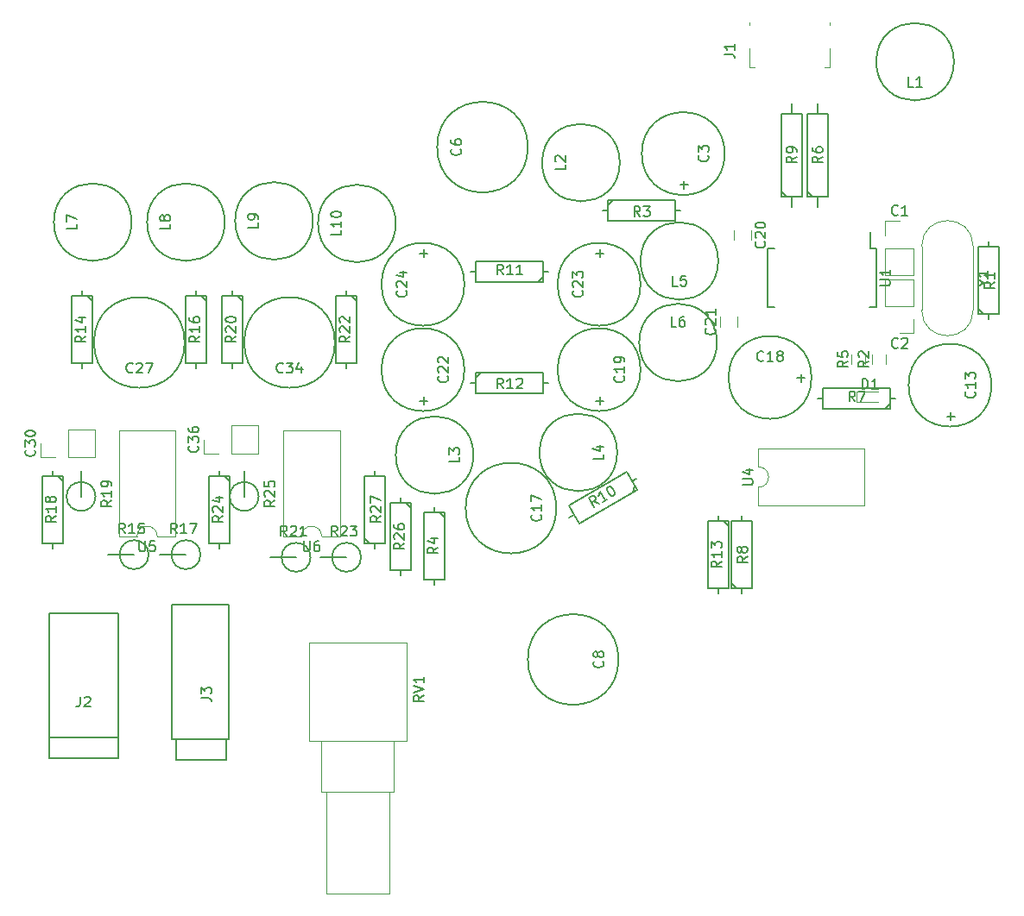
<source format=gto>
%TF.GenerationSoftware,KiCad,Pcbnew,4.0.6+dfsg1-1*%
%TF.CreationDate,2017-11-11T18:30:39+09:00*%
%TF.ProjectId,USB_DAC1,5553425F444143312E6B696361645F70,rev?*%
%TF.FileFunction,Legend,Top*%
%FSLAX46Y46*%
G04 Gerber Fmt 4.6, Leading zero omitted, Abs format (unit mm)*
G04 Created by KiCad (PCBNEW 4.0.6+dfsg1-1) date Sat Nov 11 18:30:39 2017*
%MOMM*%
%LPD*%
G01*
G04 APERTURE LIST*
%ADD10C,0.100000*%
%ADD11C,0.150000*%
%ADD12C,0.120000*%
G04 APERTURE END LIST*
D10*
D11*
X59055000Y7747000D02*
G75*
G03X59055000Y7747000I-4445000J0D01*
G01*
X3198000Y88000D02*
X3198000Y-1912000D01*
X3198000Y-1912000D02*
X9998000Y-1912000D01*
X9998000Y-1912000D02*
X9998000Y88000D01*
X9998000Y5988000D02*
X9998000Y12288000D01*
X9998000Y12288000D02*
X9498000Y12288000D01*
X3198000Y88000D02*
X3198000Y888000D01*
X9998000Y788000D02*
X9998000Y88000D01*
X9998000Y88000D02*
X3198000Y88000D01*
X9998000Y5988000D02*
X9998000Y888000D01*
X9998000Y888000D02*
X9998000Y788000D01*
X3198000Y12288000D02*
X9548000Y12288000D01*
X3198000Y858000D02*
X3198000Y12288000D01*
D12*
X71879000Y65844000D02*
X72389000Y65844000D01*
X71879000Y70034000D02*
X71879000Y70294000D01*
X71879000Y65844000D02*
X71879000Y67754000D01*
X79759000Y65844000D02*
X79249000Y65844000D01*
X79759000Y67754000D02*
X79759000Y65844000D01*
X79759000Y70294000D02*
X79759000Y70034000D01*
D11*
X84319000Y48087000D02*
X83744000Y48087000D01*
X84319000Y42337000D02*
X83669000Y42337000D01*
X73669000Y42337000D02*
X74319000Y42337000D01*
X73669000Y48087000D02*
X74319000Y48087000D01*
X84319000Y48087000D02*
X84319000Y42337000D01*
X73669000Y48087000D02*
X73669000Y42337000D01*
X83744000Y48087000D02*
X83744000Y49687000D01*
D12*
X85224000Y48133000D02*
X85224000Y45473000D01*
X85224000Y45473000D02*
X88004000Y45473000D01*
X88004000Y45473000D02*
X88004000Y48133000D01*
X88004000Y48133000D02*
X85224000Y48133000D01*
X85224000Y49403000D02*
X85224000Y50793000D01*
X85224000Y50793000D02*
X86614000Y50793000D01*
X88004000Y42418000D02*
X88004000Y45078000D01*
X88004000Y45078000D02*
X85224000Y45078000D01*
X85224000Y45078000D02*
X85224000Y42418000D01*
X85224000Y42418000D02*
X88004000Y42418000D01*
X88004000Y41148000D02*
X88004000Y39758000D01*
X88004000Y39758000D02*
X86614000Y39758000D01*
D11*
X69469000Y57404000D02*
G75*
G03X69469000Y57404000I-4064000J0D01*
G01*
X50165000Y58039000D02*
G75*
G03X50165000Y58039000I-4445000J0D01*
G01*
X95631000Y34671000D02*
G75*
G03X95631000Y34671000I-4064000J0D01*
G01*
X52959000Y22606000D02*
G75*
G03X52959000Y22606000I-4445000J0D01*
G01*
X77978000Y35433000D02*
G75*
G03X77978000Y35433000I-4064000J0D01*
G01*
X61214000Y36195000D02*
G75*
G03X61214000Y36195000I-4064000J0D01*
G01*
D12*
X72097000Y48903000D02*
X72097000Y49903000D01*
X70397000Y49903000D02*
X70397000Y48903000D01*
X69000000Y41394000D02*
X69000000Y40394000D01*
X70700000Y40394000D02*
X70700000Y41394000D01*
D11*
X43942000Y36195000D02*
G75*
G03X43942000Y36195000I-4064000J0D01*
G01*
X61214000Y44577000D02*
G75*
G03X61214000Y44577000I-4064000J0D01*
G01*
X43942000Y44577000D02*
G75*
G03X43942000Y44577000I-4064000J0D01*
G01*
X16510000Y38862000D02*
G75*
G03X16510000Y38862000I-4445000J0D01*
G01*
D12*
X5080000Y27566000D02*
X7740000Y27566000D01*
X7740000Y27566000D02*
X7740000Y30346000D01*
X7740000Y30346000D02*
X5080000Y30346000D01*
X5080000Y30346000D02*
X5080000Y27566000D01*
X3810000Y27566000D02*
X2420000Y27566000D01*
X2420000Y27566000D02*
X2420000Y28956000D01*
D11*
X31242000Y38862000D02*
G75*
G03X31242000Y38862000I-4445000J0D01*
G01*
D12*
X21082000Y27947000D02*
X23742000Y27947000D01*
X23742000Y27947000D02*
X23742000Y30727000D01*
X23742000Y30727000D02*
X21082000Y30727000D01*
X21082000Y30727000D02*
X21082000Y27947000D01*
X19812000Y27947000D02*
X18422000Y27947000D01*
X18422000Y27947000D02*
X18422000Y29337000D01*
X82393000Y34028000D02*
X82393000Y33028000D01*
X82393000Y33028000D02*
X84493000Y33028000D01*
X82393000Y34028000D02*
X84493000Y34028000D01*
D11*
X19675000Y-2077000D02*
X20575000Y-2077000D01*
X20575000Y-2077000D02*
X20575000Y-77000D01*
X15675000Y-77000D02*
X15675000Y-2077000D01*
X15675000Y-2077000D02*
X19675000Y-2077000D01*
X15475000Y-77000D02*
X15275000Y-77000D01*
X15275000Y-77000D02*
X15275000Y13123000D01*
X15275000Y13123000D02*
X20875000Y13123000D01*
X20875000Y13123000D02*
X20875000Y12623000D01*
X20875000Y12723000D02*
X20875000Y-77000D01*
X20875000Y-77000D02*
X15475000Y-77000D01*
X91948000Y66421000D02*
G75*
G03X91948000Y66421000I-3810000J0D01*
G01*
X59182000Y56515000D02*
G75*
G03X59182000Y56515000I-3810000J0D01*
G01*
X44831000Y27813000D02*
G75*
G03X44831000Y27813000I-3810000J0D01*
G01*
X58928000Y28067000D02*
G75*
G03X58928000Y28067000I-3810000J0D01*
G01*
X68834000Y46863000D02*
G75*
G03X68834000Y46863000I-3810000J0D01*
G01*
X68707000Y38862000D02*
G75*
G03X68707000Y38862000I-3810000J0D01*
G01*
X11303000Y50673000D02*
G75*
G03X11303000Y50673000I-3810000J0D01*
G01*
X20447000Y50673000D02*
G75*
G03X20447000Y50673000I-3810000J0D01*
G01*
X29083000Y50800000D02*
G75*
G03X29083000Y50800000I-3810000J0D01*
G01*
X37211000Y50546000D02*
G75*
G03X37211000Y50546000I-3810000J0D01*
G01*
X95377000Y41148000D02*
X95377000Y41656000D01*
X95377000Y48768000D02*
X95377000Y48260000D01*
X95377000Y48260000D02*
X94361000Y48260000D01*
X94361000Y48260000D02*
X94361000Y41656000D01*
X94361000Y41656000D02*
X96393000Y41656000D01*
X96393000Y41656000D02*
X96393000Y48260000D01*
X96393000Y48260000D02*
X95377000Y48260000D01*
X94869000Y41656000D02*
X94361000Y42164000D01*
X57531000Y51816000D02*
X58039000Y51816000D01*
X65151000Y51816000D02*
X64643000Y51816000D01*
X64643000Y51816000D02*
X64643000Y52832000D01*
X64643000Y52832000D02*
X58039000Y52832000D01*
X58039000Y52832000D02*
X58039000Y50800000D01*
X58039000Y50800000D02*
X64643000Y50800000D01*
X64643000Y50800000D02*
X64643000Y51816000D01*
X58039000Y52324000D02*
X58547000Y52832000D01*
X41021000Y22733000D02*
X41021000Y22225000D01*
X41021000Y15113000D02*
X41021000Y15621000D01*
X41021000Y15621000D02*
X42037000Y15621000D01*
X42037000Y15621000D02*
X42037000Y22225000D01*
X42037000Y22225000D02*
X40005000Y22225000D01*
X40005000Y22225000D02*
X40005000Y15621000D01*
X40005000Y15621000D02*
X41021000Y15621000D01*
X41529000Y22225000D02*
X42037000Y21717000D01*
X86233000Y33401000D02*
X85725000Y33401000D01*
X78613000Y33401000D02*
X79121000Y33401000D01*
X79121000Y33401000D02*
X79121000Y32385000D01*
X79121000Y32385000D02*
X85725000Y32385000D01*
X85725000Y32385000D02*
X85725000Y34417000D01*
X85725000Y34417000D02*
X79121000Y34417000D01*
X79121000Y34417000D02*
X79121000Y33401000D01*
X85725000Y32893000D02*
X85217000Y32385000D01*
X71120000Y14224000D02*
X71120000Y14732000D01*
X71120000Y21844000D02*
X71120000Y21336000D01*
X71120000Y21336000D02*
X70104000Y21336000D01*
X70104000Y21336000D02*
X70104000Y14732000D01*
X70104000Y14732000D02*
X72136000Y14732000D01*
X72136000Y14732000D02*
X72136000Y21336000D01*
X72136000Y21336000D02*
X71120000Y21336000D01*
X70612000Y14732000D02*
X70104000Y15240000D01*
X60830557Y25527000D02*
X60390616Y25273000D01*
X54231443Y21717000D02*
X54671384Y21971000D01*
X54671384Y21971000D02*
X55179384Y21091118D01*
X55179384Y21091118D02*
X60898616Y24393118D01*
X60898616Y24393118D02*
X59882616Y26152882D01*
X59882616Y26152882D02*
X54163384Y22850882D01*
X54163384Y22850882D02*
X54671384Y21971000D01*
X60644616Y24833059D02*
X60458675Y24139118D01*
X52197000Y45847000D02*
X51689000Y45847000D01*
X44577000Y45847000D02*
X45085000Y45847000D01*
X45085000Y45847000D02*
X45085000Y44831000D01*
X45085000Y44831000D02*
X51689000Y44831000D01*
X51689000Y44831000D02*
X51689000Y46863000D01*
X51689000Y46863000D02*
X45085000Y46863000D01*
X45085000Y46863000D02*
X45085000Y45847000D01*
X51689000Y45339000D02*
X51181000Y44831000D01*
X44577000Y34925000D02*
X45085000Y34925000D01*
X52197000Y34925000D02*
X51689000Y34925000D01*
X51689000Y34925000D02*
X51689000Y35941000D01*
X51689000Y35941000D02*
X45085000Y35941000D01*
X45085000Y35941000D02*
X45085000Y33909000D01*
X45085000Y33909000D02*
X51689000Y33909000D01*
X51689000Y33909000D02*
X51689000Y34925000D01*
X45085000Y35433000D02*
X45593000Y35941000D01*
X68834000Y21844000D02*
X68834000Y21336000D01*
X68834000Y14224000D02*
X68834000Y14732000D01*
X68834000Y14732000D02*
X69850000Y14732000D01*
X69850000Y14732000D02*
X69850000Y21336000D01*
X69850000Y21336000D02*
X67818000Y21336000D01*
X67818000Y21336000D02*
X67818000Y14732000D01*
X67818000Y14732000D02*
X68834000Y14732000D01*
X69342000Y21336000D02*
X69850000Y20828000D01*
X6477000Y43942000D02*
X6477000Y43434000D01*
X6477000Y36322000D02*
X6477000Y36830000D01*
X6477000Y36830000D02*
X7493000Y36830000D01*
X7493000Y36830000D02*
X7493000Y43434000D01*
X7493000Y43434000D02*
X5461000Y43434000D01*
X5461000Y43434000D02*
X5461000Y36830000D01*
X5461000Y36830000D02*
X6477000Y36830000D01*
X6985000Y43434000D02*
X7493000Y42926000D01*
X17653000Y43942000D02*
X17653000Y43434000D01*
X17653000Y36322000D02*
X17653000Y36830000D01*
X17653000Y36830000D02*
X18669000Y36830000D01*
X18669000Y36830000D02*
X18669000Y43434000D01*
X18669000Y43434000D02*
X16637000Y43434000D01*
X16637000Y43434000D02*
X16637000Y36830000D01*
X16637000Y36830000D02*
X17653000Y36830000D01*
X18161000Y43434000D02*
X18669000Y42926000D01*
X3556000Y26289000D02*
X3556000Y25781000D01*
X3556000Y18669000D02*
X3556000Y19177000D01*
X3556000Y19177000D02*
X4572000Y19177000D01*
X4572000Y19177000D02*
X4572000Y25781000D01*
X4572000Y25781000D02*
X2540000Y25781000D01*
X2540000Y25781000D02*
X2540000Y19177000D01*
X2540000Y19177000D02*
X3556000Y19177000D01*
X4064000Y25781000D02*
X4572000Y25273000D01*
X21209000Y43942000D02*
X21209000Y43434000D01*
X21209000Y36322000D02*
X21209000Y36830000D01*
X21209000Y36830000D02*
X22225000Y36830000D01*
X22225000Y36830000D02*
X22225000Y43434000D01*
X22225000Y43434000D02*
X20193000Y43434000D01*
X20193000Y43434000D02*
X20193000Y36830000D01*
X20193000Y36830000D02*
X21209000Y36830000D01*
X21717000Y43434000D02*
X22225000Y42926000D01*
X32385000Y43942000D02*
X32385000Y43434000D01*
X32385000Y36322000D02*
X32385000Y36830000D01*
X32385000Y36830000D02*
X33401000Y36830000D01*
X33401000Y36830000D02*
X33401000Y43434000D01*
X33401000Y43434000D02*
X31369000Y43434000D01*
X31369000Y43434000D02*
X31369000Y36830000D01*
X31369000Y36830000D02*
X32385000Y36830000D01*
X32893000Y43434000D02*
X33401000Y42926000D01*
X19939000Y26289000D02*
X19939000Y25781000D01*
X19939000Y18669000D02*
X19939000Y19177000D01*
X19939000Y19177000D02*
X20955000Y19177000D01*
X20955000Y19177000D02*
X20955000Y25781000D01*
X20955000Y25781000D02*
X18923000Y25781000D01*
X18923000Y25781000D02*
X18923000Y19177000D01*
X18923000Y19177000D02*
X19939000Y19177000D01*
X20447000Y25781000D02*
X20955000Y25273000D01*
X37719000Y23622000D02*
X37719000Y23114000D01*
X37719000Y16002000D02*
X37719000Y16510000D01*
X37719000Y16510000D02*
X38735000Y16510000D01*
X38735000Y16510000D02*
X38735000Y23114000D01*
X38735000Y23114000D02*
X36703000Y23114000D01*
X36703000Y23114000D02*
X36703000Y16510000D01*
X36703000Y16510000D02*
X37719000Y16510000D01*
X38227000Y23114000D02*
X38735000Y22606000D01*
X35179000Y18669000D02*
X35179000Y19177000D01*
X35179000Y26289000D02*
X35179000Y25781000D01*
X35179000Y25781000D02*
X34163000Y25781000D01*
X34163000Y25781000D02*
X34163000Y19177000D01*
X34163000Y19177000D02*
X36195000Y19177000D01*
X36195000Y19177000D02*
X36195000Y25781000D01*
X36195000Y25781000D02*
X35179000Y25781000D01*
X34671000Y19177000D02*
X34163000Y19685000D01*
D12*
X38298000Y9436000D02*
X38298000Y-234000D01*
X28678000Y9436000D02*
X28678000Y-234000D01*
X38298000Y9436000D02*
X28678000Y9436000D01*
X38298000Y-234000D02*
X28678000Y-234000D01*
X37048000Y-234000D02*
X37048000Y-5234000D01*
X29928000Y-234000D02*
X29928000Y-5234000D01*
X37048000Y-234000D02*
X29928000Y-234000D01*
X37048000Y-5234000D02*
X29928000Y-5234000D01*
X36548000Y-5234000D02*
X36548000Y-15234000D01*
X30428000Y-5234000D02*
X30428000Y-15234000D01*
X36548000Y-5234000D02*
X30428000Y-5234000D01*
X36548000Y-15234000D02*
X30428000Y-15234000D01*
X72778000Y26654000D02*
G75*
G02X72778000Y24654000I0J-1000000D01*
G01*
X72778000Y24654000D02*
X72778000Y22884000D01*
X72778000Y22884000D02*
X83178000Y22884000D01*
X83178000Y22884000D02*
X83178000Y28424000D01*
X83178000Y28424000D02*
X72778000Y28424000D01*
X72778000Y28424000D02*
X72778000Y26654000D01*
X11827000Y19819000D02*
G75*
G02X13827000Y19819000I1000000J0D01*
G01*
X13827000Y19819000D02*
X15597000Y19819000D01*
X15597000Y19819000D02*
X15597000Y30219000D01*
X15597000Y30219000D02*
X10057000Y30219000D01*
X10057000Y30219000D02*
X10057000Y19819000D01*
X10057000Y19819000D02*
X11827000Y19819000D01*
X27956000Y19819000D02*
G75*
G02X29956000Y19819000I1000000J0D01*
G01*
X29956000Y19819000D02*
X31726000Y19819000D01*
X31726000Y19819000D02*
X31726000Y30219000D01*
X31726000Y30219000D02*
X26186000Y30219000D01*
X26186000Y30219000D02*
X26186000Y19819000D01*
X26186000Y19819000D02*
X27956000Y19819000D01*
X88788000Y48300000D02*
G75*
G02X93838000Y48300000I2525000J0D01*
G01*
X88788000Y42050000D02*
G75*
G03X93838000Y42050000I2525000J0D01*
G01*
X93838000Y48300000D02*
X93838000Y42050000D01*
X88788000Y48300000D02*
X88788000Y42050000D01*
X83230000Y37711000D02*
X83230000Y36711000D01*
X81870000Y36711000D02*
X81870000Y37711000D01*
X85262000Y37711000D02*
X85262000Y36711000D01*
X83902000Y36711000D02*
X83902000Y37711000D01*
D11*
X32385000Y17780000D02*
X29845000Y17780000D01*
X33804903Y17780000D02*
G75*
G03X33804903Y17780000I-1419903J0D01*
G01*
X22352000Y23749000D02*
X22352000Y26289000D01*
X23771903Y23749000D02*
G75*
G03X23771903Y23749000I-1419903J0D01*
G01*
X27432000Y17780000D02*
X24892000Y17780000D01*
X28851903Y17780000D02*
G75*
G03X28851903Y17780000I-1419903J0D01*
G01*
X6350000Y23749000D02*
X6350000Y26289000D01*
X7769903Y23749000D02*
G75*
G03X7769903Y23749000I-1419903J0D01*
G01*
X16637000Y18034000D02*
X14097000Y18034000D01*
X18056903Y18034000D02*
G75*
G03X18056903Y18034000I-1419903J0D01*
G01*
X11557000Y18034000D02*
X9017000Y18034000D01*
X12976903Y18034000D02*
G75*
G03X12976903Y18034000I-1419903J0D01*
G01*
X76073000Y52197000D02*
X76073000Y53213000D01*
X76073000Y53213000D02*
X75057000Y53213000D01*
X75057000Y53213000D02*
X75057000Y61341000D01*
X75057000Y61341000D02*
X77089000Y61341000D01*
X77089000Y61341000D02*
X77089000Y53213000D01*
X77089000Y53213000D02*
X76073000Y53213000D01*
X75565000Y53213000D02*
X75057000Y53721000D01*
X76073000Y62357000D02*
X76073000Y61341000D01*
X78613000Y52197000D02*
X78613000Y53213000D01*
X78613000Y53213000D02*
X77597000Y53213000D01*
X77597000Y53213000D02*
X77597000Y61341000D01*
X77597000Y61341000D02*
X79629000Y61341000D01*
X79629000Y61341000D02*
X79629000Y53213000D01*
X79629000Y53213000D02*
X78613000Y53213000D01*
X78105000Y53213000D02*
X77597000Y53721000D01*
X78613000Y62357000D02*
X78613000Y61341000D01*
X57507143Y7580334D02*
X57554762Y7532715D01*
X57602381Y7389858D01*
X57602381Y7294620D01*
X57554762Y7151762D01*
X57459524Y7056524D01*
X57364286Y7008905D01*
X57173810Y6961286D01*
X57030952Y6961286D01*
X56840476Y7008905D01*
X56745238Y7056524D01*
X56650000Y7151762D01*
X56602381Y7294620D01*
X56602381Y7389858D01*
X56650000Y7532715D01*
X56697619Y7580334D01*
X57030952Y8151762D02*
X56983333Y8056524D01*
X56935714Y8008905D01*
X56840476Y7961286D01*
X56792857Y7961286D01*
X56697619Y8008905D01*
X56650000Y8056524D01*
X56602381Y8151762D01*
X56602381Y8342239D01*
X56650000Y8437477D01*
X56697619Y8485096D01*
X56792857Y8532715D01*
X56840476Y8532715D01*
X56935714Y8485096D01*
X56983333Y8437477D01*
X57030952Y8342239D01*
X57030952Y8151762D01*
X57078571Y8056524D01*
X57126190Y8008905D01*
X57221429Y7961286D01*
X57411905Y7961286D01*
X57507143Y8008905D01*
X57554762Y8056524D01*
X57602381Y8151762D01*
X57602381Y8342239D01*
X57554762Y8437477D01*
X57507143Y8485096D01*
X57411905Y8532715D01*
X57221429Y8532715D01*
X57126190Y8485096D01*
X57078571Y8437477D01*
X57030952Y8342239D01*
X6270667Y4103619D02*
X6270667Y3389333D01*
X6223047Y3246476D01*
X6127809Y3151238D01*
X5984952Y3103619D01*
X5889714Y3103619D01*
X6699238Y4008381D02*
X6746857Y4056000D01*
X6842095Y4103619D01*
X7080191Y4103619D01*
X7175429Y4056000D01*
X7223048Y4008381D01*
X7270667Y3913143D01*
X7270667Y3817905D01*
X7223048Y3675048D01*
X6651619Y3103619D01*
X7270667Y3103619D01*
X69431381Y67160667D02*
X70145667Y67160667D01*
X70288524Y67113047D01*
X70383762Y67017809D01*
X70431381Y66874952D01*
X70431381Y66779714D01*
X70431381Y68160667D02*
X70431381Y67589238D01*
X70431381Y67874952D02*
X69431381Y67874952D01*
X69574238Y67779714D01*
X69669476Y67684476D01*
X69717095Y67589238D01*
X84696381Y44450095D02*
X85505905Y44450095D01*
X85601143Y44497714D01*
X85648762Y44545333D01*
X85696381Y44640571D01*
X85696381Y44831048D01*
X85648762Y44926286D01*
X85601143Y44973905D01*
X85505905Y45021524D01*
X84696381Y45021524D01*
X85696381Y46021524D02*
X85696381Y45450095D01*
X85696381Y45735809D02*
X84696381Y45735809D01*
X84839238Y45640571D01*
X84934476Y45545333D01*
X84982095Y45450095D01*
X86447334Y51435857D02*
X86399715Y51388238D01*
X86256858Y51340619D01*
X86161620Y51340619D01*
X86018762Y51388238D01*
X85923524Y51483476D01*
X85875905Y51578714D01*
X85828286Y51769190D01*
X85828286Y51912048D01*
X85875905Y52102524D01*
X85923524Y52197762D01*
X86018762Y52293000D01*
X86161620Y52340619D01*
X86256858Y52340619D01*
X86399715Y52293000D01*
X86447334Y52245381D01*
X87399715Y51340619D02*
X86828286Y51340619D01*
X87114000Y51340619D02*
X87114000Y52340619D01*
X87018762Y52197762D01*
X86923524Y52102524D01*
X86828286Y52054905D01*
X86447334Y38400857D02*
X86399715Y38353238D01*
X86256858Y38305619D01*
X86161620Y38305619D01*
X86018762Y38353238D01*
X85923524Y38448476D01*
X85875905Y38543714D01*
X85828286Y38734190D01*
X85828286Y38877048D01*
X85875905Y39067524D01*
X85923524Y39162762D01*
X86018762Y39258000D01*
X86161620Y39305619D01*
X86256858Y39305619D01*
X86399715Y39258000D01*
X86447334Y39210381D01*
X86828286Y39210381D02*
X86875905Y39258000D01*
X86971143Y39305619D01*
X87209239Y39305619D01*
X87304477Y39258000D01*
X87352096Y39210381D01*
X87399715Y39115143D01*
X87399715Y39019905D01*
X87352096Y38877048D01*
X86780667Y38305619D01*
X87399715Y38305619D01*
X67794143Y57237334D02*
X67841762Y57189715D01*
X67889381Y57046858D01*
X67889381Y56951620D01*
X67841762Y56808762D01*
X67746524Y56713524D01*
X67651286Y56665905D01*
X67460810Y56618286D01*
X67317952Y56618286D01*
X67127476Y56665905D01*
X67032238Y56713524D01*
X66937000Y56808762D01*
X66889381Y56951620D01*
X66889381Y57046858D01*
X66937000Y57189715D01*
X66984619Y57237334D01*
X66889381Y57570667D02*
X66889381Y58189715D01*
X67270333Y57856381D01*
X67270333Y57999239D01*
X67317952Y58094477D01*
X67365571Y58142096D01*
X67460810Y58189715D01*
X67698905Y58189715D01*
X67794143Y58142096D01*
X67841762Y58094477D01*
X67889381Y57999239D01*
X67889381Y57713524D01*
X67841762Y57618286D01*
X67794143Y57570667D01*
X65476429Y53977588D02*
X65476429Y54739493D01*
X65857381Y54358541D02*
X65095476Y54358541D01*
X43537143Y57872334D02*
X43584762Y57824715D01*
X43632381Y57681858D01*
X43632381Y57586620D01*
X43584762Y57443762D01*
X43489524Y57348524D01*
X43394286Y57300905D01*
X43203810Y57253286D01*
X43060952Y57253286D01*
X42870476Y57300905D01*
X42775238Y57348524D01*
X42680000Y57443762D01*
X42632381Y57586620D01*
X42632381Y57681858D01*
X42680000Y57824715D01*
X42727619Y57872334D01*
X42632381Y58729477D02*
X42632381Y58539000D01*
X42680000Y58443762D01*
X42727619Y58396143D01*
X42870476Y58300905D01*
X43060952Y58253286D01*
X43441905Y58253286D01*
X43537143Y58300905D01*
X43584762Y58348524D01*
X43632381Y58443762D01*
X43632381Y58634239D01*
X43584762Y58729477D01*
X43537143Y58777096D01*
X43441905Y58824715D01*
X43203810Y58824715D01*
X43108571Y58777096D01*
X43060952Y58729477D01*
X43013333Y58634239D01*
X43013333Y58443762D01*
X43060952Y58348524D01*
X43108571Y58300905D01*
X43203810Y58253286D01*
X93956143Y34028143D02*
X94003762Y33980524D01*
X94051381Y33837667D01*
X94051381Y33742429D01*
X94003762Y33599571D01*
X93908524Y33504333D01*
X93813286Y33456714D01*
X93622810Y33409095D01*
X93479952Y33409095D01*
X93289476Y33456714D01*
X93194238Y33504333D01*
X93099000Y33599571D01*
X93051381Y33742429D01*
X93051381Y33837667D01*
X93099000Y33980524D01*
X93146619Y34028143D01*
X94051381Y34980524D02*
X94051381Y34409095D01*
X94051381Y34694809D02*
X93051381Y34694809D01*
X93194238Y34599571D01*
X93289476Y34504333D01*
X93337095Y34409095D01*
X93051381Y35313857D02*
X93051381Y35932905D01*
X93432333Y35599571D01*
X93432333Y35742429D01*
X93479952Y35837667D01*
X93527571Y35885286D01*
X93622810Y35932905D01*
X93860905Y35932905D01*
X93956143Y35885286D01*
X94003762Y35837667D01*
X94051381Y35742429D01*
X94051381Y35456714D01*
X94003762Y35361476D01*
X93956143Y35313857D01*
X91638429Y31244588D02*
X91638429Y32006493D01*
X92019381Y31625541D02*
X91257476Y31625541D01*
X51411143Y21963143D02*
X51458762Y21915524D01*
X51506381Y21772667D01*
X51506381Y21677429D01*
X51458762Y21534571D01*
X51363524Y21439333D01*
X51268286Y21391714D01*
X51077810Y21344095D01*
X50934952Y21344095D01*
X50744476Y21391714D01*
X50649238Y21439333D01*
X50554000Y21534571D01*
X50506381Y21677429D01*
X50506381Y21772667D01*
X50554000Y21915524D01*
X50601619Y21963143D01*
X51506381Y22915524D02*
X51506381Y22344095D01*
X51506381Y22629809D02*
X50506381Y22629809D01*
X50649238Y22534571D01*
X50744476Y22439333D01*
X50792095Y22344095D01*
X50506381Y23248857D02*
X50506381Y23915524D01*
X51506381Y23486952D01*
X73271143Y37107857D02*
X73223524Y37060238D01*
X73080667Y37012619D01*
X72985429Y37012619D01*
X72842571Y37060238D01*
X72747333Y37155476D01*
X72699714Y37250714D01*
X72652095Y37441190D01*
X72652095Y37584048D01*
X72699714Y37774524D01*
X72747333Y37869762D01*
X72842571Y37965000D01*
X72985429Y38012619D01*
X73080667Y38012619D01*
X73223524Y37965000D01*
X73271143Y37917381D01*
X74223524Y37012619D02*
X73652095Y37012619D01*
X73937809Y37012619D02*
X73937809Y38012619D01*
X73842571Y37869762D01*
X73747333Y37774524D01*
X73652095Y37726905D01*
X74794952Y37584048D02*
X74699714Y37631667D01*
X74652095Y37679286D01*
X74604476Y37774524D01*
X74604476Y37822143D01*
X74652095Y37917381D01*
X74699714Y37965000D01*
X74794952Y38012619D01*
X74985429Y38012619D01*
X75080667Y37965000D01*
X75128286Y37917381D01*
X75175905Y37822143D01*
X75175905Y37774524D01*
X75128286Y37679286D01*
X75080667Y37631667D01*
X74985429Y37584048D01*
X74794952Y37584048D01*
X74699714Y37536429D01*
X74652095Y37488810D01*
X74604476Y37393571D01*
X74604476Y37203095D01*
X74652095Y37107857D01*
X74699714Y37060238D01*
X74794952Y37012619D01*
X74985429Y37012619D01*
X75080667Y37060238D01*
X75128286Y37107857D01*
X75175905Y37203095D01*
X75175905Y37393571D01*
X75128286Y37488810D01*
X75080667Y37536429D01*
X74985429Y37584048D01*
X76578508Y35361571D02*
X77340413Y35361571D01*
X76959461Y34980619D02*
X76959461Y35742524D01*
X59539143Y35552143D02*
X59586762Y35504524D01*
X59634381Y35361667D01*
X59634381Y35266429D01*
X59586762Y35123571D01*
X59491524Y35028333D01*
X59396286Y34980714D01*
X59205810Y34933095D01*
X59062952Y34933095D01*
X58872476Y34980714D01*
X58777238Y35028333D01*
X58682000Y35123571D01*
X58634381Y35266429D01*
X58634381Y35361667D01*
X58682000Y35504524D01*
X58729619Y35552143D01*
X59634381Y36504524D02*
X59634381Y35933095D01*
X59634381Y36218809D02*
X58634381Y36218809D01*
X58777238Y36123571D01*
X58872476Y36028333D01*
X58920095Y35933095D01*
X59634381Y36980714D02*
X59634381Y37171190D01*
X59586762Y37266429D01*
X59539143Y37314048D01*
X59396286Y37409286D01*
X59205810Y37456905D01*
X58824857Y37456905D01*
X58729619Y37409286D01*
X58682000Y37361667D01*
X58634381Y37266429D01*
X58634381Y37075952D01*
X58682000Y36980714D01*
X58729619Y36933095D01*
X58824857Y36885476D01*
X59062952Y36885476D01*
X59158190Y36933095D01*
X59205810Y36980714D01*
X59253429Y37075952D01*
X59253429Y37266429D01*
X59205810Y37361667D01*
X59158190Y37409286D01*
X59062952Y37456905D01*
X57221429Y32768588D02*
X57221429Y33530493D01*
X57602381Y33149541D02*
X56840476Y33149541D01*
X73354143Y48760143D02*
X73401762Y48712524D01*
X73449381Y48569667D01*
X73449381Y48474429D01*
X73401762Y48331571D01*
X73306524Y48236333D01*
X73211286Y48188714D01*
X73020810Y48141095D01*
X72877952Y48141095D01*
X72687476Y48188714D01*
X72592238Y48236333D01*
X72497000Y48331571D01*
X72449381Y48474429D01*
X72449381Y48569667D01*
X72497000Y48712524D01*
X72544619Y48760143D01*
X72544619Y49141095D02*
X72497000Y49188714D01*
X72449381Y49283952D01*
X72449381Y49522048D01*
X72497000Y49617286D01*
X72544619Y49664905D01*
X72639857Y49712524D01*
X72735095Y49712524D01*
X72877952Y49664905D01*
X73449381Y49093476D01*
X73449381Y49712524D01*
X72449381Y50331571D02*
X72449381Y50426810D01*
X72497000Y50522048D01*
X72544619Y50569667D01*
X72639857Y50617286D01*
X72830333Y50664905D01*
X73068429Y50664905D01*
X73258905Y50617286D01*
X73354143Y50569667D01*
X73401762Y50522048D01*
X73449381Y50426810D01*
X73449381Y50331571D01*
X73401762Y50236333D01*
X73354143Y50188714D01*
X73258905Y50141095D01*
X73068429Y50093476D01*
X72830333Y50093476D01*
X72639857Y50141095D01*
X72544619Y50188714D01*
X72497000Y50236333D01*
X72449381Y50331571D01*
X68457143Y40251143D02*
X68504762Y40203524D01*
X68552381Y40060667D01*
X68552381Y39965429D01*
X68504762Y39822571D01*
X68409524Y39727333D01*
X68314286Y39679714D01*
X68123810Y39632095D01*
X67980952Y39632095D01*
X67790476Y39679714D01*
X67695238Y39727333D01*
X67600000Y39822571D01*
X67552381Y39965429D01*
X67552381Y40060667D01*
X67600000Y40203524D01*
X67647619Y40251143D01*
X67647619Y40632095D02*
X67600000Y40679714D01*
X67552381Y40774952D01*
X67552381Y41013048D01*
X67600000Y41108286D01*
X67647619Y41155905D01*
X67742857Y41203524D01*
X67838095Y41203524D01*
X67980952Y41155905D01*
X68552381Y40584476D01*
X68552381Y41203524D01*
X68552381Y42155905D02*
X68552381Y41584476D01*
X68552381Y41870190D02*
X67552381Y41870190D01*
X67695238Y41774952D01*
X67790476Y41679714D01*
X67838095Y41584476D01*
X42267143Y35552143D02*
X42314762Y35504524D01*
X42362381Y35361667D01*
X42362381Y35266429D01*
X42314762Y35123571D01*
X42219524Y35028333D01*
X42124286Y34980714D01*
X41933810Y34933095D01*
X41790952Y34933095D01*
X41600476Y34980714D01*
X41505238Y35028333D01*
X41410000Y35123571D01*
X41362381Y35266429D01*
X41362381Y35361667D01*
X41410000Y35504524D01*
X41457619Y35552143D01*
X41457619Y35933095D02*
X41410000Y35980714D01*
X41362381Y36075952D01*
X41362381Y36314048D01*
X41410000Y36409286D01*
X41457619Y36456905D01*
X41552857Y36504524D01*
X41648095Y36504524D01*
X41790952Y36456905D01*
X42362381Y35885476D01*
X42362381Y36504524D01*
X41457619Y36885476D02*
X41410000Y36933095D01*
X41362381Y37028333D01*
X41362381Y37266429D01*
X41410000Y37361667D01*
X41457619Y37409286D01*
X41552857Y37456905D01*
X41648095Y37456905D01*
X41790952Y37409286D01*
X42362381Y36837857D01*
X42362381Y37456905D01*
X39949429Y32768588D02*
X39949429Y33530493D01*
X40330381Y33149541D02*
X39568476Y33149541D01*
X55475143Y43934143D02*
X55522762Y43886524D01*
X55570381Y43743667D01*
X55570381Y43648429D01*
X55522762Y43505571D01*
X55427524Y43410333D01*
X55332286Y43362714D01*
X55141810Y43315095D01*
X54998952Y43315095D01*
X54808476Y43362714D01*
X54713238Y43410333D01*
X54618000Y43505571D01*
X54570381Y43648429D01*
X54570381Y43743667D01*
X54618000Y43886524D01*
X54665619Y43934143D01*
X54665619Y44315095D02*
X54618000Y44362714D01*
X54570381Y44457952D01*
X54570381Y44696048D01*
X54618000Y44791286D01*
X54665619Y44838905D01*
X54760857Y44886524D01*
X54856095Y44886524D01*
X54998952Y44838905D01*
X55570381Y44267476D01*
X55570381Y44886524D01*
X54570381Y45219857D02*
X54570381Y45838905D01*
X54951333Y45505571D01*
X54951333Y45648429D01*
X54998952Y45743667D01*
X55046571Y45791286D01*
X55141810Y45838905D01*
X55379905Y45838905D01*
X55475143Y45791286D01*
X55522762Y45743667D01*
X55570381Y45648429D01*
X55570381Y45362714D01*
X55522762Y45267476D01*
X55475143Y45219857D01*
X57221429Y47241508D02*
X57221429Y48003413D01*
X57602381Y47622461D02*
X56840476Y47622461D01*
X38203143Y43934143D02*
X38250762Y43886524D01*
X38298381Y43743667D01*
X38298381Y43648429D01*
X38250762Y43505571D01*
X38155524Y43410333D01*
X38060286Y43362714D01*
X37869810Y43315095D01*
X37726952Y43315095D01*
X37536476Y43362714D01*
X37441238Y43410333D01*
X37346000Y43505571D01*
X37298381Y43648429D01*
X37298381Y43743667D01*
X37346000Y43886524D01*
X37393619Y43934143D01*
X37393619Y44315095D02*
X37346000Y44362714D01*
X37298381Y44457952D01*
X37298381Y44696048D01*
X37346000Y44791286D01*
X37393619Y44838905D01*
X37488857Y44886524D01*
X37584095Y44886524D01*
X37726952Y44838905D01*
X38298381Y44267476D01*
X38298381Y44886524D01*
X37631714Y45743667D02*
X38298381Y45743667D01*
X37250762Y45505571D02*
X37965048Y45267476D01*
X37965048Y45886524D01*
X39949429Y47241508D02*
X39949429Y48003413D01*
X40330381Y47622461D02*
X39568476Y47622461D01*
X11422143Y35964857D02*
X11374524Y35917238D01*
X11231667Y35869619D01*
X11136429Y35869619D01*
X10993571Y35917238D01*
X10898333Y36012476D01*
X10850714Y36107714D01*
X10803095Y36298190D01*
X10803095Y36441048D01*
X10850714Y36631524D01*
X10898333Y36726762D01*
X10993571Y36822000D01*
X11136429Y36869619D01*
X11231667Y36869619D01*
X11374524Y36822000D01*
X11422143Y36774381D01*
X11803095Y36774381D02*
X11850714Y36822000D01*
X11945952Y36869619D01*
X12184048Y36869619D01*
X12279286Y36822000D01*
X12326905Y36774381D01*
X12374524Y36679143D01*
X12374524Y36583905D01*
X12326905Y36441048D01*
X11755476Y35869619D01*
X12374524Y35869619D01*
X12707857Y36869619D02*
X13374524Y36869619D01*
X12945952Y35869619D01*
X1777143Y28313143D02*
X1824762Y28265524D01*
X1872381Y28122667D01*
X1872381Y28027429D01*
X1824762Y27884571D01*
X1729524Y27789333D01*
X1634286Y27741714D01*
X1443810Y27694095D01*
X1300952Y27694095D01*
X1110476Y27741714D01*
X1015238Y27789333D01*
X920000Y27884571D01*
X872381Y28027429D01*
X872381Y28122667D01*
X920000Y28265524D01*
X967619Y28313143D01*
X872381Y28646476D02*
X872381Y29265524D01*
X1253333Y28932190D01*
X1253333Y29075048D01*
X1300952Y29170286D01*
X1348571Y29217905D01*
X1443810Y29265524D01*
X1681905Y29265524D01*
X1777143Y29217905D01*
X1824762Y29170286D01*
X1872381Y29075048D01*
X1872381Y28789333D01*
X1824762Y28694095D01*
X1777143Y28646476D01*
X872381Y29884571D02*
X872381Y29979810D01*
X920000Y30075048D01*
X967619Y30122667D01*
X1062857Y30170286D01*
X1253333Y30217905D01*
X1491429Y30217905D01*
X1681905Y30170286D01*
X1777143Y30122667D01*
X1824762Y30075048D01*
X1872381Y29979810D01*
X1872381Y29884571D01*
X1824762Y29789333D01*
X1777143Y29741714D01*
X1681905Y29694095D01*
X1491429Y29646476D01*
X1253333Y29646476D01*
X1062857Y29694095D01*
X967619Y29741714D01*
X920000Y29789333D01*
X872381Y29884571D01*
X26154143Y35964857D02*
X26106524Y35917238D01*
X25963667Y35869619D01*
X25868429Y35869619D01*
X25725571Y35917238D01*
X25630333Y36012476D01*
X25582714Y36107714D01*
X25535095Y36298190D01*
X25535095Y36441048D01*
X25582714Y36631524D01*
X25630333Y36726762D01*
X25725571Y36822000D01*
X25868429Y36869619D01*
X25963667Y36869619D01*
X26106524Y36822000D01*
X26154143Y36774381D01*
X26487476Y36869619D02*
X27106524Y36869619D01*
X26773190Y36488667D01*
X26916048Y36488667D01*
X27011286Y36441048D01*
X27058905Y36393429D01*
X27106524Y36298190D01*
X27106524Y36060095D01*
X27058905Y35964857D01*
X27011286Y35917238D01*
X26916048Y35869619D01*
X26630333Y35869619D01*
X26535095Y35917238D01*
X26487476Y35964857D01*
X27963667Y36536286D02*
X27963667Y35869619D01*
X27725571Y36917238D02*
X27487476Y36202952D01*
X28106524Y36202952D01*
X17779143Y28694143D02*
X17826762Y28646524D01*
X17874381Y28503667D01*
X17874381Y28408429D01*
X17826762Y28265571D01*
X17731524Y28170333D01*
X17636286Y28122714D01*
X17445810Y28075095D01*
X17302952Y28075095D01*
X17112476Y28122714D01*
X17017238Y28170333D01*
X16922000Y28265571D01*
X16874381Y28408429D01*
X16874381Y28503667D01*
X16922000Y28646524D01*
X16969619Y28694143D01*
X16874381Y29027476D02*
X16874381Y29646524D01*
X17255333Y29313190D01*
X17255333Y29456048D01*
X17302952Y29551286D01*
X17350571Y29598905D01*
X17445810Y29646524D01*
X17683905Y29646524D01*
X17779143Y29598905D01*
X17826762Y29551286D01*
X17874381Y29456048D01*
X17874381Y29170333D01*
X17826762Y29075095D01*
X17779143Y29027476D01*
X16874381Y30503667D02*
X16874381Y30313190D01*
X16922000Y30217952D01*
X16969619Y30170333D01*
X17112476Y30075095D01*
X17302952Y30027476D01*
X17683905Y30027476D01*
X17779143Y30075095D01*
X17826762Y30122714D01*
X17874381Y30217952D01*
X17874381Y30408429D01*
X17826762Y30503667D01*
X17779143Y30551286D01*
X17683905Y30598905D01*
X17445810Y30598905D01*
X17350571Y30551286D01*
X17302952Y30503667D01*
X17255333Y30408429D01*
X17255333Y30217952D01*
X17302952Y30122714D01*
X17350571Y30075095D01*
X17445810Y30027476D01*
X82954905Y34325619D02*
X82954905Y35325619D01*
X83193000Y35325619D01*
X83335858Y35278000D01*
X83431096Y35182762D01*
X83478715Y35087524D01*
X83526334Y34897048D01*
X83526334Y34754190D01*
X83478715Y34563714D01*
X83431096Y34468476D01*
X83335858Y34373238D01*
X83193000Y34325619D01*
X82954905Y34325619D01*
X84478715Y34325619D02*
X83907286Y34325619D01*
X84193000Y34325619D02*
X84193000Y35325619D01*
X84097762Y35182762D01*
X84002524Y35087524D01*
X83907286Y35039905D01*
X18127381Y3989667D02*
X18841667Y3989667D01*
X18984524Y3942047D01*
X19079762Y3846809D01*
X19127381Y3703952D01*
X19127381Y3608714D01*
X18127381Y4370619D02*
X18127381Y4989667D01*
X18508333Y4656333D01*
X18508333Y4799191D01*
X18555952Y4894429D01*
X18603571Y4942048D01*
X18698810Y4989667D01*
X18936905Y4989667D01*
X19032143Y4942048D01*
X19079762Y4894429D01*
X19127381Y4799191D01*
X19127381Y4513476D01*
X19079762Y4418238D01*
X19032143Y4370619D01*
X87971334Y63969639D02*
X87495143Y63969639D01*
X87495143Y64969639D01*
X88828477Y63969639D02*
X88257048Y63969639D01*
X88542762Y63969639D02*
X88542762Y64969639D01*
X88447524Y64826782D01*
X88352286Y64731544D01*
X88257048Y64683925D01*
X53825401Y56348334D02*
X53825401Y55872143D01*
X52825401Y55872143D01*
X52920639Y56634048D02*
X52873020Y56681667D01*
X52825401Y56776905D01*
X52825401Y57015001D01*
X52873020Y57110239D01*
X52920639Y57157858D01*
X53015877Y57205477D01*
X53111115Y57205477D01*
X53253972Y57157858D01*
X53825401Y56586429D01*
X53825401Y57205477D01*
X43472361Y27646334D02*
X43472361Y27170143D01*
X42472361Y27170143D01*
X42472361Y27884429D02*
X42472361Y28503477D01*
X42853313Y28170143D01*
X42853313Y28313001D01*
X42900932Y28408239D01*
X42948551Y28455858D01*
X43043790Y28503477D01*
X43281885Y28503477D01*
X43377123Y28455858D01*
X43424742Y28408239D01*
X43472361Y28313001D01*
X43472361Y28027286D01*
X43424742Y27932048D01*
X43377123Y27884429D01*
X57569361Y27900334D02*
X57569361Y27424143D01*
X56569361Y27424143D01*
X56902694Y28662239D02*
X57569361Y28662239D01*
X56521742Y28424143D02*
X57236028Y28186048D01*
X57236028Y28805096D01*
X64857334Y44411639D02*
X64381143Y44411639D01*
X64381143Y45411639D01*
X65666858Y45411639D02*
X65190667Y45411639D01*
X65143048Y44935449D01*
X65190667Y44983068D01*
X65285905Y45030687D01*
X65524001Y45030687D01*
X65619239Y44983068D01*
X65666858Y44935449D01*
X65714477Y44840210D01*
X65714477Y44602115D01*
X65666858Y44506877D01*
X65619239Y44459258D01*
X65524001Y44411639D01*
X65285905Y44411639D01*
X65190667Y44459258D01*
X65143048Y44506877D01*
X64730334Y40408599D02*
X64254143Y40408599D01*
X64254143Y41408599D01*
X65492239Y41408599D02*
X65301762Y41408599D01*
X65206524Y41360980D01*
X65158905Y41313361D01*
X65063667Y41170504D01*
X65016048Y40980028D01*
X65016048Y40599075D01*
X65063667Y40503837D01*
X65111286Y40456218D01*
X65206524Y40408599D01*
X65397001Y40408599D01*
X65492239Y40456218D01*
X65539858Y40503837D01*
X65587477Y40599075D01*
X65587477Y40837170D01*
X65539858Y40932409D01*
X65492239Y40980028D01*
X65397001Y41027647D01*
X65206524Y41027647D01*
X65111286Y40980028D01*
X65063667Y40932409D01*
X65016048Y40837170D01*
X5946401Y50506334D02*
X5946401Y50030143D01*
X4946401Y50030143D01*
X4946401Y50744429D02*
X4946401Y51411096D01*
X5946401Y50982524D01*
X15090401Y50506334D02*
X15090401Y50030143D01*
X14090401Y50030143D01*
X14518972Y50982524D02*
X14471353Y50887286D01*
X14423734Y50839667D01*
X14328496Y50792048D01*
X14280877Y50792048D01*
X14185639Y50839667D01*
X14138020Y50887286D01*
X14090401Y50982524D01*
X14090401Y51173001D01*
X14138020Y51268239D01*
X14185639Y51315858D01*
X14280877Y51363477D01*
X14328496Y51363477D01*
X14423734Y51315858D01*
X14471353Y51268239D01*
X14518972Y51173001D01*
X14518972Y50982524D01*
X14566591Y50887286D01*
X14614210Y50839667D01*
X14709449Y50792048D01*
X14899925Y50792048D01*
X14995163Y50839667D01*
X15042782Y50887286D01*
X15090401Y50982524D01*
X15090401Y51173001D01*
X15042782Y51268239D01*
X14995163Y51315858D01*
X14899925Y51363477D01*
X14709449Y51363477D01*
X14614210Y51315858D01*
X14566591Y51268239D01*
X14518972Y51173001D01*
X23726401Y50633334D02*
X23726401Y50157143D01*
X22726401Y50157143D01*
X23726401Y51014286D02*
X23726401Y51204762D01*
X23678782Y51300001D01*
X23631163Y51347620D01*
X23488306Y51442858D01*
X23297830Y51490477D01*
X22916877Y51490477D01*
X22821639Y51442858D01*
X22774020Y51395239D01*
X22726401Y51300001D01*
X22726401Y51109524D01*
X22774020Y51014286D01*
X22821639Y50966667D01*
X22916877Y50919048D01*
X23154972Y50919048D01*
X23250210Y50966667D01*
X23297830Y51014286D01*
X23345449Y51109524D01*
X23345449Y51300001D01*
X23297830Y51395239D01*
X23250210Y51442858D01*
X23154972Y51490477D01*
X31854401Y49903143D02*
X31854401Y49426952D01*
X30854401Y49426952D01*
X31854401Y50760286D02*
X31854401Y50188857D01*
X31854401Y50474571D02*
X30854401Y50474571D01*
X30997258Y50379333D01*
X31092496Y50284095D01*
X31140115Y50188857D01*
X30854401Y51379333D02*
X30854401Y51474572D01*
X30902020Y51569810D01*
X30949639Y51617429D01*
X31044877Y51665048D01*
X31235353Y51712667D01*
X31473449Y51712667D01*
X31663925Y51665048D01*
X31759163Y51617429D01*
X31806782Y51569810D01*
X31854401Y51474572D01*
X31854401Y51379333D01*
X31806782Y51284095D01*
X31759163Y51236476D01*
X31663925Y51188857D01*
X31473449Y51141238D01*
X31235353Y51141238D01*
X31044877Y51188857D01*
X30949639Y51236476D01*
X30902020Y51284095D01*
X30854401Y51379333D01*
X95956381Y44791334D02*
X95480190Y44458000D01*
X95956381Y44219905D02*
X94956381Y44219905D01*
X94956381Y44600858D01*
X95004000Y44696096D01*
X95051619Y44743715D01*
X95146857Y44791334D01*
X95289714Y44791334D01*
X95384952Y44743715D01*
X95432571Y44696096D01*
X95480190Y44600858D01*
X95480190Y44219905D01*
X95956381Y45743715D02*
X95956381Y45172286D01*
X95956381Y45458000D02*
X94956381Y45458000D01*
X95099238Y45362762D01*
X95194476Y45267524D01*
X95242095Y45172286D01*
X61174334Y51236619D02*
X60841000Y51712810D01*
X60602905Y51236619D02*
X60602905Y52236619D01*
X60983858Y52236619D01*
X61079096Y52189000D01*
X61126715Y52141381D01*
X61174334Y52046143D01*
X61174334Y51903286D01*
X61126715Y51808048D01*
X61079096Y51760429D01*
X60983858Y51712810D01*
X60602905Y51712810D01*
X61507667Y52236619D02*
X62126715Y52236619D01*
X61793381Y51855667D01*
X61936239Y51855667D01*
X62031477Y51808048D01*
X62079096Y51760429D01*
X62126715Y51665190D01*
X62126715Y51427095D01*
X62079096Y51331857D01*
X62031477Y51284238D01*
X61936239Y51236619D01*
X61650524Y51236619D01*
X61555286Y51284238D01*
X61507667Y51331857D01*
X41346381Y18756334D02*
X40870190Y18423000D01*
X41346381Y18184905D02*
X40346381Y18184905D01*
X40346381Y18565858D01*
X40394000Y18661096D01*
X40441619Y18708715D01*
X40536857Y18756334D01*
X40679714Y18756334D01*
X40774952Y18708715D01*
X40822571Y18661096D01*
X40870190Y18565858D01*
X40870190Y18184905D01*
X40679714Y19613477D02*
X41346381Y19613477D01*
X40298762Y19375381D02*
X41013048Y19137286D01*
X41013048Y19756334D01*
X82256334Y33075619D02*
X81923000Y33551810D01*
X81684905Y33075619D02*
X81684905Y34075619D01*
X82065858Y34075619D01*
X82161096Y34028000D01*
X82208715Y33980381D01*
X82256334Y33885143D01*
X82256334Y33742286D01*
X82208715Y33647048D01*
X82161096Y33599429D01*
X82065858Y33551810D01*
X81684905Y33551810D01*
X82589667Y34075619D02*
X83256334Y34075619D01*
X82827762Y33075619D01*
X71699381Y17867334D02*
X71223190Y17534000D01*
X71699381Y17295905D02*
X70699381Y17295905D01*
X70699381Y17676858D01*
X70747000Y17772096D01*
X70794619Y17819715D01*
X70889857Y17867334D01*
X71032714Y17867334D01*
X71127952Y17819715D01*
X71175571Y17772096D01*
X71223190Y17676858D01*
X71223190Y17295905D01*
X71127952Y18438762D02*
X71080333Y18343524D01*
X71032714Y18295905D01*
X70937476Y18248286D01*
X70889857Y18248286D01*
X70794619Y18295905D01*
X70747000Y18343524D01*
X70699381Y18438762D01*
X70699381Y18629239D01*
X70747000Y18724477D01*
X70794619Y18772096D01*
X70889857Y18819715D01*
X70937476Y18819715D01*
X71032714Y18772096D01*
X71080333Y18724477D01*
X71127952Y18629239D01*
X71127952Y18438762D01*
X71175571Y18343524D01*
X71223190Y18295905D01*
X71318429Y18248286D01*
X71508905Y18248286D01*
X71604143Y18295905D01*
X71651762Y18343524D01*
X71699381Y18438762D01*
X71699381Y18629239D01*
X71651762Y18724477D01*
X71604143Y18772096D01*
X71508905Y18819715D01*
X71318429Y18819715D01*
X71223190Y18772096D01*
X71175571Y18724477D01*
X71127952Y18629239D01*
X57136960Y23018783D02*
X56610189Y23264510D01*
X56642088Y22733069D02*
X56142088Y23599094D01*
X56472003Y23789570D01*
X56578291Y23795950D01*
X56643340Y23778520D01*
X56732198Y23719851D01*
X56803627Y23596134D01*
X56810006Y23489846D01*
X56792576Y23424797D01*
X56733907Y23335939D01*
X56403992Y23145462D01*
X57961746Y23494974D02*
X57466874Y23209259D01*
X57714310Y23352116D02*
X57214310Y24218141D01*
X57203260Y24046805D01*
X57168400Y23916707D01*
X57109731Y23827849D01*
X57997857Y24670522D02*
X58080336Y24718142D01*
X58186624Y24724522D01*
X58251673Y24707092D01*
X58340531Y24648423D01*
X58477008Y24507275D01*
X58596056Y24301078D01*
X58650055Y24112312D01*
X58656435Y24006024D01*
X58639005Y23940975D01*
X58580336Y23852117D01*
X58497857Y23804497D01*
X58391569Y23798117D01*
X58326520Y23815547D01*
X58237662Y23874216D01*
X58101184Y24015364D01*
X57982136Y24221561D01*
X57928138Y24410327D01*
X57921758Y24516615D01*
X57939188Y24581664D01*
X57997857Y24670522D01*
X47744143Y45521619D02*
X47410809Y45997810D01*
X47172714Y45521619D02*
X47172714Y46521619D01*
X47553667Y46521619D01*
X47648905Y46474000D01*
X47696524Y46426381D01*
X47744143Y46331143D01*
X47744143Y46188286D01*
X47696524Y46093048D01*
X47648905Y46045429D01*
X47553667Y45997810D01*
X47172714Y45997810D01*
X48696524Y45521619D02*
X48125095Y45521619D01*
X48410809Y45521619D02*
X48410809Y46521619D01*
X48315571Y46378762D01*
X48220333Y46283524D01*
X48125095Y46235905D01*
X49648905Y45521619D02*
X49077476Y45521619D01*
X49363190Y45521619D02*
X49363190Y46521619D01*
X49267952Y46378762D01*
X49172714Y46283524D01*
X49077476Y46235905D01*
X47744143Y34345619D02*
X47410809Y34821810D01*
X47172714Y34345619D02*
X47172714Y35345619D01*
X47553667Y35345619D01*
X47648905Y35298000D01*
X47696524Y35250381D01*
X47744143Y35155143D01*
X47744143Y35012286D01*
X47696524Y34917048D01*
X47648905Y34869429D01*
X47553667Y34821810D01*
X47172714Y34821810D01*
X48696524Y34345619D02*
X48125095Y34345619D01*
X48410809Y34345619D02*
X48410809Y35345619D01*
X48315571Y35202762D01*
X48220333Y35107524D01*
X48125095Y35059905D01*
X49077476Y35250381D02*
X49125095Y35298000D01*
X49220333Y35345619D01*
X49458429Y35345619D01*
X49553667Y35298000D01*
X49601286Y35250381D01*
X49648905Y35155143D01*
X49648905Y35059905D01*
X49601286Y34917048D01*
X49029857Y34345619D01*
X49648905Y34345619D01*
X69159381Y17391143D02*
X68683190Y17057809D01*
X69159381Y16819714D02*
X68159381Y16819714D01*
X68159381Y17200667D01*
X68207000Y17295905D01*
X68254619Y17343524D01*
X68349857Y17391143D01*
X68492714Y17391143D01*
X68587952Y17343524D01*
X68635571Y17295905D01*
X68683190Y17200667D01*
X68683190Y16819714D01*
X69159381Y18343524D02*
X69159381Y17772095D01*
X69159381Y18057809D02*
X68159381Y18057809D01*
X68302238Y17962571D01*
X68397476Y17867333D01*
X68445095Y17772095D01*
X68159381Y18676857D02*
X68159381Y19295905D01*
X68540333Y18962571D01*
X68540333Y19105429D01*
X68587952Y19200667D01*
X68635571Y19248286D01*
X68730810Y19295905D01*
X68968905Y19295905D01*
X69064143Y19248286D01*
X69111762Y19200667D01*
X69159381Y19105429D01*
X69159381Y18819714D01*
X69111762Y18724476D01*
X69064143Y18676857D01*
X6802381Y39489143D02*
X6326190Y39155809D01*
X6802381Y38917714D02*
X5802381Y38917714D01*
X5802381Y39298667D01*
X5850000Y39393905D01*
X5897619Y39441524D01*
X5992857Y39489143D01*
X6135714Y39489143D01*
X6230952Y39441524D01*
X6278571Y39393905D01*
X6326190Y39298667D01*
X6326190Y38917714D01*
X6802381Y40441524D02*
X6802381Y39870095D01*
X6802381Y40155809D02*
X5802381Y40155809D01*
X5945238Y40060571D01*
X6040476Y39965333D01*
X6088095Y39870095D01*
X6135714Y41298667D02*
X6802381Y41298667D01*
X5754762Y41060571D02*
X6469048Y40822476D01*
X6469048Y41441524D01*
X17978381Y39489143D02*
X17502190Y39155809D01*
X17978381Y38917714D02*
X16978381Y38917714D01*
X16978381Y39298667D01*
X17026000Y39393905D01*
X17073619Y39441524D01*
X17168857Y39489143D01*
X17311714Y39489143D01*
X17406952Y39441524D01*
X17454571Y39393905D01*
X17502190Y39298667D01*
X17502190Y38917714D01*
X17978381Y40441524D02*
X17978381Y39870095D01*
X17978381Y40155809D02*
X16978381Y40155809D01*
X17121238Y40060571D01*
X17216476Y39965333D01*
X17264095Y39870095D01*
X16978381Y41298667D02*
X16978381Y41108190D01*
X17026000Y41012952D01*
X17073619Y40965333D01*
X17216476Y40870095D01*
X17406952Y40822476D01*
X17787905Y40822476D01*
X17883143Y40870095D01*
X17930762Y40917714D01*
X17978381Y41012952D01*
X17978381Y41203429D01*
X17930762Y41298667D01*
X17883143Y41346286D01*
X17787905Y41393905D01*
X17549810Y41393905D01*
X17454571Y41346286D01*
X17406952Y41298667D01*
X17359333Y41203429D01*
X17359333Y41012952D01*
X17406952Y40917714D01*
X17454571Y40870095D01*
X17549810Y40822476D01*
X3881381Y21836143D02*
X3405190Y21502809D01*
X3881381Y21264714D02*
X2881381Y21264714D01*
X2881381Y21645667D01*
X2929000Y21740905D01*
X2976619Y21788524D01*
X3071857Y21836143D01*
X3214714Y21836143D01*
X3309952Y21788524D01*
X3357571Y21740905D01*
X3405190Y21645667D01*
X3405190Y21264714D01*
X3881381Y22788524D02*
X3881381Y22217095D01*
X3881381Y22502809D02*
X2881381Y22502809D01*
X3024238Y22407571D01*
X3119476Y22312333D01*
X3167095Y22217095D01*
X3309952Y23359952D02*
X3262333Y23264714D01*
X3214714Y23217095D01*
X3119476Y23169476D01*
X3071857Y23169476D01*
X2976619Y23217095D01*
X2929000Y23264714D01*
X2881381Y23359952D01*
X2881381Y23550429D01*
X2929000Y23645667D01*
X2976619Y23693286D01*
X3071857Y23740905D01*
X3119476Y23740905D01*
X3214714Y23693286D01*
X3262333Y23645667D01*
X3309952Y23550429D01*
X3309952Y23359952D01*
X3357571Y23264714D01*
X3405190Y23217095D01*
X3500429Y23169476D01*
X3690905Y23169476D01*
X3786143Y23217095D01*
X3833762Y23264714D01*
X3881381Y23359952D01*
X3881381Y23550429D01*
X3833762Y23645667D01*
X3786143Y23693286D01*
X3690905Y23740905D01*
X3500429Y23740905D01*
X3405190Y23693286D01*
X3357571Y23645667D01*
X3309952Y23550429D01*
X21534381Y39489143D02*
X21058190Y39155809D01*
X21534381Y38917714D02*
X20534381Y38917714D01*
X20534381Y39298667D01*
X20582000Y39393905D01*
X20629619Y39441524D01*
X20724857Y39489143D01*
X20867714Y39489143D01*
X20962952Y39441524D01*
X21010571Y39393905D01*
X21058190Y39298667D01*
X21058190Y38917714D01*
X20629619Y39870095D02*
X20582000Y39917714D01*
X20534381Y40012952D01*
X20534381Y40251048D01*
X20582000Y40346286D01*
X20629619Y40393905D01*
X20724857Y40441524D01*
X20820095Y40441524D01*
X20962952Y40393905D01*
X21534381Y39822476D01*
X21534381Y40441524D01*
X20534381Y41060571D02*
X20534381Y41155810D01*
X20582000Y41251048D01*
X20629619Y41298667D01*
X20724857Y41346286D01*
X20915333Y41393905D01*
X21153429Y41393905D01*
X21343905Y41346286D01*
X21439143Y41298667D01*
X21486762Y41251048D01*
X21534381Y41155810D01*
X21534381Y41060571D01*
X21486762Y40965333D01*
X21439143Y40917714D01*
X21343905Y40870095D01*
X21153429Y40822476D01*
X20915333Y40822476D01*
X20724857Y40870095D01*
X20629619Y40917714D01*
X20582000Y40965333D01*
X20534381Y41060571D01*
X32710381Y39489143D02*
X32234190Y39155809D01*
X32710381Y38917714D02*
X31710381Y38917714D01*
X31710381Y39298667D01*
X31758000Y39393905D01*
X31805619Y39441524D01*
X31900857Y39489143D01*
X32043714Y39489143D01*
X32138952Y39441524D01*
X32186571Y39393905D01*
X32234190Y39298667D01*
X32234190Y38917714D01*
X31805619Y39870095D02*
X31758000Y39917714D01*
X31710381Y40012952D01*
X31710381Y40251048D01*
X31758000Y40346286D01*
X31805619Y40393905D01*
X31900857Y40441524D01*
X31996095Y40441524D01*
X32138952Y40393905D01*
X32710381Y39822476D01*
X32710381Y40441524D01*
X31805619Y40822476D02*
X31758000Y40870095D01*
X31710381Y40965333D01*
X31710381Y41203429D01*
X31758000Y41298667D01*
X31805619Y41346286D01*
X31900857Y41393905D01*
X31996095Y41393905D01*
X32138952Y41346286D01*
X32710381Y40774857D01*
X32710381Y41393905D01*
X20264381Y21836143D02*
X19788190Y21502809D01*
X20264381Y21264714D02*
X19264381Y21264714D01*
X19264381Y21645667D01*
X19312000Y21740905D01*
X19359619Y21788524D01*
X19454857Y21836143D01*
X19597714Y21836143D01*
X19692952Y21788524D01*
X19740571Y21740905D01*
X19788190Y21645667D01*
X19788190Y21264714D01*
X19359619Y22217095D02*
X19312000Y22264714D01*
X19264381Y22359952D01*
X19264381Y22598048D01*
X19312000Y22693286D01*
X19359619Y22740905D01*
X19454857Y22788524D01*
X19550095Y22788524D01*
X19692952Y22740905D01*
X20264381Y22169476D01*
X20264381Y22788524D01*
X19597714Y23645667D02*
X20264381Y23645667D01*
X19216762Y23407571D02*
X19931048Y23169476D01*
X19931048Y23788524D01*
X38044381Y19169143D02*
X37568190Y18835809D01*
X38044381Y18597714D02*
X37044381Y18597714D01*
X37044381Y18978667D01*
X37092000Y19073905D01*
X37139619Y19121524D01*
X37234857Y19169143D01*
X37377714Y19169143D01*
X37472952Y19121524D01*
X37520571Y19073905D01*
X37568190Y18978667D01*
X37568190Y18597714D01*
X37139619Y19550095D02*
X37092000Y19597714D01*
X37044381Y19692952D01*
X37044381Y19931048D01*
X37092000Y20026286D01*
X37139619Y20073905D01*
X37234857Y20121524D01*
X37330095Y20121524D01*
X37472952Y20073905D01*
X38044381Y19502476D01*
X38044381Y20121524D01*
X37044381Y20978667D02*
X37044381Y20788190D01*
X37092000Y20692952D01*
X37139619Y20645333D01*
X37282476Y20550095D01*
X37472952Y20502476D01*
X37853905Y20502476D01*
X37949143Y20550095D01*
X37996762Y20597714D01*
X38044381Y20692952D01*
X38044381Y20883429D01*
X37996762Y20978667D01*
X37949143Y21026286D01*
X37853905Y21073905D01*
X37615810Y21073905D01*
X37520571Y21026286D01*
X37472952Y20978667D01*
X37425333Y20883429D01*
X37425333Y20692952D01*
X37472952Y20597714D01*
X37520571Y20550095D01*
X37615810Y20502476D01*
X35758381Y21836143D02*
X35282190Y21502809D01*
X35758381Y21264714D02*
X34758381Y21264714D01*
X34758381Y21645667D01*
X34806000Y21740905D01*
X34853619Y21788524D01*
X34948857Y21836143D01*
X35091714Y21836143D01*
X35186952Y21788524D01*
X35234571Y21740905D01*
X35282190Y21645667D01*
X35282190Y21264714D01*
X34853619Y22217095D02*
X34806000Y22264714D01*
X34758381Y22359952D01*
X34758381Y22598048D01*
X34806000Y22693286D01*
X34853619Y22740905D01*
X34948857Y22788524D01*
X35044095Y22788524D01*
X35186952Y22740905D01*
X35758381Y22169476D01*
X35758381Y22788524D01*
X34758381Y23121857D02*
X34758381Y23788524D01*
X35758381Y23359952D01*
X39940381Y4230762D02*
X39464190Y3897428D01*
X39940381Y3659333D02*
X38940381Y3659333D01*
X38940381Y4040286D01*
X38988000Y4135524D01*
X39035619Y4183143D01*
X39130857Y4230762D01*
X39273714Y4230762D01*
X39368952Y4183143D01*
X39416571Y4135524D01*
X39464190Y4040286D01*
X39464190Y3659333D01*
X38940381Y4516476D02*
X39940381Y4849809D01*
X38940381Y5183143D01*
X39940381Y6040286D02*
X39940381Y5468857D01*
X39940381Y5754571D02*
X38940381Y5754571D01*
X39083238Y5659333D01*
X39178476Y5564095D01*
X39226095Y5468857D01*
X71230381Y24892095D02*
X72039905Y24892095D01*
X72135143Y24939714D01*
X72182762Y24987333D01*
X72230381Y25082571D01*
X72230381Y25273048D01*
X72182762Y25368286D01*
X72135143Y25415905D01*
X72039905Y25463524D01*
X71230381Y25463524D01*
X71563714Y26368286D02*
X72230381Y26368286D01*
X71182762Y26130190D02*
X71897048Y25892095D01*
X71897048Y26511143D01*
X12065095Y19366619D02*
X12065095Y18557095D01*
X12112714Y18461857D01*
X12160333Y18414238D01*
X12255571Y18366619D01*
X12446048Y18366619D01*
X12541286Y18414238D01*
X12588905Y18461857D01*
X12636524Y18557095D01*
X12636524Y19366619D01*
X13588905Y19366619D02*
X13112714Y19366619D01*
X13065095Y18890429D01*
X13112714Y18938048D01*
X13207952Y18985667D01*
X13446048Y18985667D01*
X13541286Y18938048D01*
X13588905Y18890429D01*
X13636524Y18795190D01*
X13636524Y18557095D01*
X13588905Y18461857D01*
X13541286Y18414238D01*
X13446048Y18366619D01*
X13207952Y18366619D01*
X13112714Y18414238D01*
X13065095Y18461857D01*
X28194095Y19366619D02*
X28194095Y18557095D01*
X28241714Y18461857D01*
X28289333Y18414238D01*
X28384571Y18366619D01*
X28575048Y18366619D01*
X28670286Y18414238D01*
X28717905Y18461857D01*
X28765524Y18557095D01*
X28765524Y19366619D01*
X29670286Y19366619D02*
X29479809Y19366619D01*
X29384571Y19319000D01*
X29336952Y19271381D01*
X29241714Y19128524D01*
X29194095Y18938048D01*
X29194095Y18557095D01*
X29241714Y18461857D01*
X29289333Y18414238D01*
X29384571Y18366619D01*
X29575048Y18366619D01*
X29670286Y18414238D01*
X29717905Y18461857D01*
X29765524Y18557095D01*
X29765524Y18795190D01*
X29717905Y18890429D01*
X29670286Y18938048D01*
X29575048Y18985667D01*
X29384571Y18985667D01*
X29289333Y18938048D01*
X29241714Y18890429D01*
X29194095Y18795190D01*
X94814190Y44698809D02*
X95290381Y44698809D01*
X94290381Y44365476D02*
X94814190Y44698809D01*
X94290381Y45032143D01*
X95290381Y45889286D02*
X95290381Y45317857D01*
X95290381Y45603571D02*
X94290381Y45603571D01*
X94433238Y45508333D01*
X94528476Y45413095D01*
X94576095Y45317857D01*
X81552381Y37044334D02*
X81076190Y36711000D01*
X81552381Y36472905D02*
X80552381Y36472905D01*
X80552381Y36853858D01*
X80600000Y36949096D01*
X80647619Y36996715D01*
X80742857Y37044334D01*
X80885714Y37044334D01*
X80980952Y36996715D01*
X81028571Y36949096D01*
X81076190Y36853858D01*
X81076190Y36472905D01*
X80552381Y37949096D02*
X80552381Y37472905D01*
X81028571Y37425286D01*
X80980952Y37472905D01*
X80933333Y37568143D01*
X80933333Y37806239D01*
X80980952Y37901477D01*
X81028571Y37949096D01*
X81123810Y37996715D01*
X81361905Y37996715D01*
X81457143Y37949096D01*
X81504762Y37901477D01*
X81552381Y37806239D01*
X81552381Y37568143D01*
X81504762Y37472905D01*
X81457143Y37425286D01*
X83584381Y37044334D02*
X83108190Y36711000D01*
X83584381Y36472905D02*
X82584381Y36472905D01*
X82584381Y36853858D01*
X82632000Y36949096D01*
X82679619Y36996715D01*
X82774857Y37044334D01*
X82917714Y37044334D01*
X83012952Y36996715D01*
X83060571Y36949096D01*
X83108190Y36853858D01*
X83108190Y36472905D01*
X82679619Y37425286D02*
X82632000Y37472905D01*
X82584381Y37568143D01*
X82584381Y37806239D01*
X82632000Y37901477D01*
X82679619Y37949096D01*
X82774857Y37996715D01*
X82870095Y37996715D01*
X83012952Y37949096D01*
X83584381Y37377667D01*
X83584381Y37996715D01*
X31488143Y19867619D02*
X31154809Y20343810D01*
X30916714Y19867619D02*
X30916714Y20867619D01*
X31297667Y20867619D01*
X31392905Y20820000D01*
X31440524Y20772381D01*
X31488143Y20677143D01*
X31488143Y20534286D01*
X31440524Y20439048D01*
X31392905Y20391429D01*
X31297667Y20343810D01*
X30916714Y20343810D01*
X31869095Y20772381D02*
X31916714Y20820000D01*
X32011952Y20867619D01*
X32250048Y20867619D01*
X32345286Y20820000D01*
X32392905Y20772381D01*
X32440524Y20677143D01*
X32440524Y20581905D01*
X32392905Y20439048D01*
X31821476Y19867619D01*
X32440524Y19867619D01*
X32773857Y20867619D02*
X33392905Y20867619D01*
X33059571Y20486667D01*
X33202429Y20486667D01*
X33297667Y20439048D01*
X33345286Y20391429D01*
X33392905Y20296190D01*
X33392905Y20058095D01*
X33345286Y19962857D01*
X33297667Y19915238D01*
X33202429Y19867619D01*
X32916714Y19867619D01*
X32821476Y19915238D01*
X32773857Y19962857D01*
X25344381Y23360143D02*
X24868190Y23026809D01*
X25344381Y22788714D02*
X24344381Y22788714D01*
X24344381Y23169667D01*
X24392000Y23264905D01*
X24439619Y23312524D01*
X24534857Y23360143D01*
X24677714Y23360143D01*
X24772952Y23312524D01*
X24820571Y23264905D01*
X24868190Y23169667D01*
X24868190Y22788714D01*
X24439619Y23741095D02*
X24392000Y23788714D01*
X24344381Y23883952D01*
X24344381Y24122048D01*
X24392000Y24217286D01*
X24439619Y24264905D01*
X24534857Y24312524D01*
X24630095Y24312524D01*
X24772952Y24264905D01*
X25344381Y23693476D01*
X25344381Y24312524D01*
X24344381Y25217286D02*
X24344381Y24741095D01*
X24820571Y24693476D01*
X24772952Y24741095D01*
X24725333Y24836333D01*
X24725333Y25074429D01*
X24772952Y25169667D01*
X24820571Y25217286D01*
X24915810Y25264905D01*
X25153905Y25264905D01*
X25249143Y25217286D01*
X25296762Y25169667D01*
X25344381Y25074429D01*
X25344381Y24836333D01*
X25296762Y24741095D01*
X25249143Y24693476D01*
X26535143Y19867619D02*
X26201809Y20343810D01*
X25963714Y19867619D02*
X25963714Y20867619D01*
X26344667Y20867619D01*
X26439905Y20820000D01*
X26487524Y20772381D01*
X26535143Y20677143D01*
X26535143Y20534286D01*
X26487524Y20439048D01*
X26439905Y20391429D01*
X26344667Y20343810D01*
X25963714Y20343810D01*
X26916095Y20772381D02*
X26963714Y20820000D01*
X27058952Y20867619D01*
X27297048Y20867619D01*
X27392286Y20820000D01*
X27439905Y20772381D01*
X27487524Y20677143D01*
X27487524Y20581905D01*
X27439905Y20439048D01*
X26868476Y19867619D01*
X27487524Y19867619D01*
X28439905Y19867619D02*
X27868476Y19867619D01*
X28154190Y19867619D02*
X28154190Y20867619D01*
X28058952Y20724762D01*
X27963714Y20629524D01*
X27868476Y20581905D01*
X9342381Y23360143D02*
X8866190Y23026809D01*
X9342381Y22788714D02*
X8342381Y22788714D01*
X8342381Y23169667D01*
X8390000Y23264905D01*
X8437619Y23312524D01*
X8532857Y23360143D01*
X8675714Y23360143D01*
X8770952Y23312524D01*
X8818571Y23264905D01*
X8866190Y23169667D01*
X8866190Y22788714D01*
X9342381Y24312524D02*
X9342381Y23741095D01*
X9342381Y24026809D02*
X8342381Y24026809D01*
X8485238Y23931571D01*
X8580476Y23836333D01*
X8628095Y23741095D01*
X9342381Y24788714D02*
X9342381Y24979190D01*
X9294762Y25074429D01*
X9247143Y25122048D01*
X9104286Y25217286D01*
X8913810Y25264905D01*
X8532857Y25264905D01*
X8437619Y25217286D01*
X8390000Y25169667D01*
X8342381Y25074429D01*
X8342381Y24883952D01*
X8390000Y24788714D01*
X8437619Y24741095D01*
X8532857Y24693476D01*
X8770952Y24693476D01*
X8866190Y24741095D01*
X8913810Y24788714D01*
X8961429Y24883952D01*
X8961429Y25074429D01*
X8913810Y25169667D01*
X8866190Y25217286D01*
X8770952Y25264905D01*
X15740143Y20121619D02*
X15406809Y20597810D01*
X15168714Y20121619D02*
X15168714Y21121619D01*
X15549667Y21121619D01*
X15644905Y21074000D01*
X15692524Y21026381D01*
X15740143Y20931143D01*
X15740143Y20788286D01*
X15692524Y20693048D01*
X15644905Y20645429D01*
X15549667Y20597810D01*
X15168714Y20597810D01*
X16692524Y20121619D02*
X16121095Y20121619D01*
X16406809Y20121619D02*
X16406809Y21121619D01*
X16311571Y20978762D01*
X16216333Y20883524D01*
X16121095Y20835905D01*
X17025857Y21121619D02*
X17692524Y21121619D01*
X17263952Y20121619D01*
X10660143Y20121619D02*
X10326809Y20597810D01*
X10088714Y20121619D02*
X10088714Y21121619D01*
X10469667Y21121619D01*
X10564905Y21074000D01*
X10612524Y21026381D01*
X10660143Y20931143D01*
X10660143Y20788286D01*
X10612524Y20693048D01*
X10564905Y20645429D01*
X10469667Y20597810D01*
X10088714Y20597810D01*
X11612524Y20121619D02*
X11041095Y20121619D01*
X11326809Y20121619D02*
X11326809Y21121619D01*
X11231571Y20978762D01*
X11136333Y20883524D01*
X11041095Y20835905D01*
X12517286Y21121619D02*
X12041095Y21121619D01*
X11993476Y20645429D01*
X12041095Y20693048D01*
X12136333Y20740667D01*
X12374429Y20740667D01*
X12469667Y20693048D01*
X12517286Y20645429D01*
X12564905Y20550190D01*
X12564905Y20312095D01*
X12517286Y20216857D01*
X12469667Y20169238D01*
X12374429Y20121619D01*
X12136333Y20121619D01*
X12041095Y20169238D01*
X11993476Y20216857D01*
X76525381Y57110334D02*
X76049190Y56777000D01*
X76525381Y56538905D02*
X75525381Y56538905D01*
X75525381Y56919858D01*
X75573000Y57015096D01*
X75620619Y57062715D01*
X75715857Y57110334D01*
X75858714Y57110334D01*
X75953952Y57062715D01*
X76001571Y57015096D01*
X76049190Y56919858D01*
X76049190Y56538905D01*
X76525381Y57586524D02*
X76525381Y57777000D01*
X76477762Y57872239D01*
X76430143Y57919858D01*
X76287286Y58015096D01*
X76096810Y58062715D01*
X75715857Y58062715D01*
X75620619Y58015096D01*
X75573000Y57967477D01*
X75525381Y57872239D01*
X75525381Y57681762D01*
X75573000Y57586524D01*
X75620619Y57538905D01*
X75715857Y57491286D01*
X75953952Y57491286D01*
X76049190Y57538905D01*
X76096810Y57586524D01*
X76144429Y57681762D01*
X76144429Y57872239D01*
X76096810Y57967477D01*
X76049190Y58015096D01*
X75953952Y58062715D01*
X79065381Y57110334D02*
X78589190Y56777000D01*
X79065381Y56538905D02*
X78065381Y56538905D01*
X78065381Y56919858D01*
X78113000Y57015096D01*
X78160619Y57062715D01*
X78255857Y57110334D01*
X78398714Y57110334D01*
X78493952Y57062715D01*
X78541571Y57015096D01*
X78589190Y56919858D01*
X78589190Y56538905D01*
X78065381Y57967477D02*
X78065381Y57777000D01*
X78113000Y57681762D01*
X78160619Y57634143D01*
X78303476Y57538905D01*
X78493952Y57491286D01*
X78874905Y57491286D01*
X78970143Y57538905D01*
X79017762Y57586524D01*
X79065381Y57681762D01*
X79065381Y57872239D01*
X79017762Y57967477D01*
X78970143Y58015096D01*
X78874905Y58062715D01*
X78636810Y58062715D01*
X78541571Y58015096D01*
X78493952Y57967477D01*
X78446333Y57872239D01*
X78446333Y57681762D01*
X78493952Y57586524D01*
X78541571Y57538905D01*
X78636810Y57491286D01*
M02*

</source>
